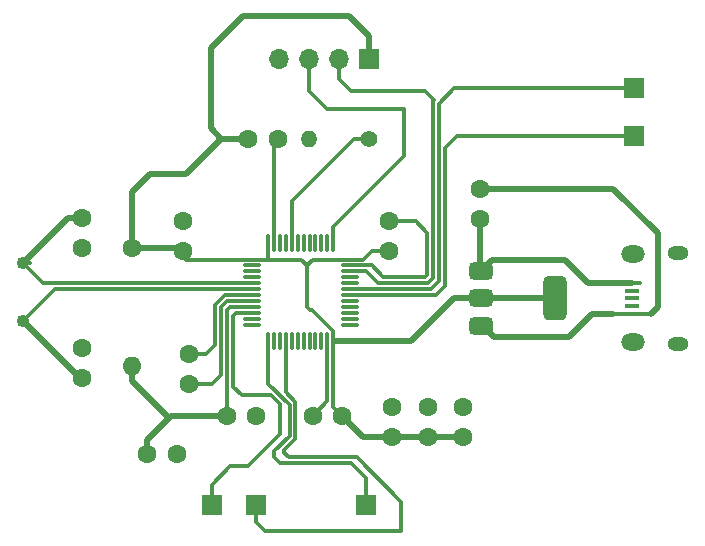
<source format=gbr>
%TF.GenerationSoftware,KiCad,Pcbnew,8.0.5*%
%TF.CreationDate,2024-10-18T14:20:25+07:00*%
%TF.ProjectId,stm32la_pcb,73746d33-326c-4615-9f70-63622e6b6963,rev?*%
%TF.SameCoordinates,Original*%
%TF.FileFunction,Copper,L1,Top*%
%TF.FilePolarity,Positive*%
%FSLAX46Y46*%
G04 Gerber Fmt 4.6, Leading zero omitted, Abs format (unit mm)*
G04 Created by KiCad (PCBNEW 8.0.5) date 2024-10-18 14:20:25*
%MOMM*%
%LPD*%
G01*
G04 APERTURE LIST*
G04 Aperture macros list*
%AMRoundRect*
0 Rectangle with rounded corners*
0 $1 Rounding radius*
0 $2 $3 $4 $5 $6 $7 $8 $9 X,Y pos of 4 corners*
0 Add a 4 corners polygon primitive as box body*
4,1,4,$2,$3,$4,$5,$6,$7,$8,$9,$2,$3,0*
0 Add four circle primitives for the rounded corners*
1,1,$1+$1,$2,$3*
1,1,$1+$1,$4,$5*
1,1,$1+$1,$6,$7*
1,1,$1+$1,$8,$9*
0 Add four rect primitives between the rounded corners*
20,1,$1+$1,$2,$3,$4,$5,0*
20,1,$1+$1,$4,$5,$6,$7,0*
20,1,$1+$1,$6,$7,$8,$9,0*
20,1,$1+$1,$8,$9,$2,$3,0*%
G04 Aperture macros list end*
%TA.AperFunction,ComponentPad*%
%ADD10R,1.700000X1.700000*%
%TD*%
%TA.AperFunction,ComponentPad*%
%ADD11C,1.600000*%
%TD*%
%TA.AperFunction,ComponentPad*%
%ADD12O,1.600000X1.600000*%
%TD*%
%TA.AperFunction,SMDPad,CuDef*%
%ADD13RoundRect,0.075000X-0.662500X-0.075000X0.662500X-0.075000X0.662500X0.075000X-0.662500X0.075000X0*%
%TD*%
%TA.AperFunction,SMDPad,CuDef*%
%ADD14RoundRect,0.075000X-0.075000X-0.662500X0.075000X-0.662500X0.075000X0.662500X-0.075000X0.662500X0*%
%TD*%
%TA.AperFunction,ComponentPad*%
%ADD15O,1.700000X1.700000*%
%TD*%
%TA.AperFunction,ComponentPad*%
%ADD16C,1.080000*%
%TD*%
%TA.AperFunction,SMDPad,CuDef*%
%ADD17RoundRect,0.375000X-0.625000X-0.375000X0.625000X-0.375000X0.625000X0.375000X-0.625000X0.375000X0*%
%TD*%
%TA.AperFunction,SMDPad,CuDef*%
%ADD18RoundRect,0.500000X-0.500000X-1.400000X0.500000X-1.400000X0.500000X1.400000X-0.500000X1.400000X0*%
%TD*%
%TA.AperFunction,ComponentPad*%
%ADD19C,1.400000*%
%TD*%
%TA.AperFunction,ComponentPad*%
%ADD20O,1.400000X1.400000*%
%TD*%
%TA.AperFunction,SMDPad,CuDef*%
%ADD21R,1.300000X0.450000*%
%TD*%
%TA.AperFunction,ComponentPad*%
%ADD22O,1.800000X1.150000*%
%TD*%
%TA.AperFunction,ComponentPad*%
%ADD23O,2.000000X1.450000*%
%TD*%
%TA.AperFunction,Conductor*%
%ADD24C,0.500000*%
%TD*%
%TA.AperFunction,Conductor*%
%ADD25C,0.300000*%
%TD*%
G04 APERTURE END LIST*
D10*
%TO.P,TX,1,Pin_1*%
%TO.N,/USART1_TX*%
X126000000Y-64250000D03*
%TD*%
D11*
%TO.P,C1,1*%
%TO.N,VBUS*%
X112965000Y-68785000D03*
%TO.P,C1,2*%
%TO.N,GND*%
X112965000Y-71285000D03*
%TD*%
%TO.P,FB1,1*%
%TO.N,+3.3V*%
X83500000Y-73750000D03*
D12*
%TO.P,FB1,2*%
%TO.N,+3.3VA*%
X83500000Y-83750000D03*
%TD*%
D11*
%TO.P,C9,1*%
%TO.N,+3.3VA*%
X91500000Y-88000000D03*
%TO.P,C9,2*%
%TO.N,GND*%
X94000000Y-88000000D03*
%TD*%
D13*
%TO.P,U1,1,VBAT*%
%TO.N,+3.3V*%
X93587500Y-74750000D03*
%TO.P,U1,2,PC13*%
%TO.N,unconnected-(U1-PC13-Pad2)*%
X93587500Y-75250000D03*
%TO.P,U1,3,PC14*%
%TO.N,unconnected-(U1-PC14-Pad3)*%
X93587500Y-75750000D03*
%TO.P,U1,4,PC15*%
%TO.N,unconnected-(U1-PC15-Pad4)*%
X93587500Y-76250000D03*
%TO.P,U1,5,PD0*%
%TO.N,/HSE_IN*%
X93587500Y-76750000D03*
%TO.P,U1,6,PD1*%
%TO.N,/HSE_OUT*%
X93587500Y-77250000D03*
%TO.P,U1,7,NRST*%
%TO.N,/NRST*%
X93587500Y-77750000D03*
%TO.P,U1,8,VSSA*%
%TO.N,GND*%
X93587500Y-78250000D03*
%TO.P,U1,9,VDDA*%
%TO.N,+3.3VA*%
X93587500Y-78750000D03*
%TO.P,U1,10,PA0*%
%TO.N,/CH1*%
X93587500Y-79250000D03*
%TO.P,U1,11,PA1*%
%TO.N,unconnected-(U1-PA1-Pad11)*%
X93587500Y-79750000D03*
%TO.P,U1,12,PA2*%
%TO.N,unconnected-(U1-PA2-Pad12)*%
X93587500Y-80250000D03*
D14*
%TO.P,U1,13,PA3*%
%TO.N,/A_IN*%
X95000000Y-81662500D03*
%TO.P,U1,14,PA4*%
%TO.N,unconnected-(U1-PA4-Pad14)*%
X95500000Y-81662500D03*
%TO.P,U1,15,PA5*%
%TO.N,unconnected-(U1-PA5-Pad15)*%
X96000000Y-81662500D03*
%TO.P,U1,16,PA6*%
%TO.N,/CH2*%
X96500000Y-81662500D03*
%TO.P,U1,17,PA7*%
%TO.N,unconnected-(U1-PA7-Pad17)*%
X97000000Y-81662500D03*
%TO.P,U1,18,PB0*%
%TO.N,unconnected-(U1-PB0-Pad18)*%
X97500000Y-81662500D03*
%TO.P,U1,19,PB1*%
%TO.N,unconnected-(U1-PB1-Pad19)*%
X98000000Y-81662500D03*
%TO.P,U1,20,PB2*%
%TO.N,unconnected-(U1-PB2-Pad20)*%
X98500000Y-81662500D03*
%TO.P,U1,21,PB10*%
%TO.N,unconnected-(U1-PB10-Pad21)*%
X99000000Y-81662500D03*
%TO.P,U1,22,PB11*%
%TO.N,unconnected-(U1-PB11-Pad22)*%
X99500000Y-81662500D03*
%TO.P,U1,23,VSS*%
%TO.N,GND*%
X100000000Y-81662500D03*
%TO.P,U1,24,VDD*%
%TO.N,+3.3V*%
X100500000Y-81662500D03*
D13*
%TO.P,U1,25,PB12*%
%TO.N,unconnected-(U1-PB12-Pad25)*%
X101912500Y-80250000D03*
%TO.P,U1,26,PB13*%
%TO.N,unconnected-(U1-PB13-Pad26)*%
X101912500Y-79750000D03*
%TO.P,U1,27,PB14*%
%TO.N,unconnected-(U1-PB14-Pad27)*%
X101912500Y-79250000D03*
%TO.P,U1,28,PB15*%
%TO.N,unconnected-(U1-PB15-Pad28)*%
X101912500Y-78750000D03*
%TO.P,U1,29,PA8*%
%TO.N,unconnected-(U1-PA8-Pad29)*%
X101912500Y-78250000D03*
%TO.P,U1,30,PA9*%
%TO.N,/USART1_TX*%
X101912500Y-77750000D03*
%TO.P,U1,31,PA10*%
%TO.N,/USART1_RX*%
X101912500Y-77250000D03*
%TO.P,U1,32,PA11*%
%TO.N,unconnected-(U1-PA11-Pad32)*%
X101912500Y-76750000D03*
%TO.P,U1,33,PA12*%
%TO.N,unconnected-(U1-PA12-Pad33)*%
X101912500Y-76250000D03*
%TO.P,U1,34,PA13*%
%TO.N,/SWCLK*%
X101912500Y-75750000D03*
%TO.P,U1,35,VSS*%
%TO.N,GND*%
X101912500Y-75250000D03*
%TO.P,U1,36,VDD*%
%TO.N,+3.3V*%
X101912500Y-74750000D03*
D14*
%TO.P,U1,37,PA14*%
%TO.N,/SWDIO*%
X100500000Y-73337500D03*
%TO.P,U1,38,PA15*%
%TO.N,unconnected-(U1-PA15-Pad38)*%
X100000000Y-73337500D03*
%TO.P,U1,39,PB3*%
%TO.N,unconnected-(U1-PB3-Pad39)*%
X99500000Y-73337500D03*
%TO.P,U1,40,PB4*%
%TO.N,unconnected-(U1-PB4-Pad40)*%
X99000000Y-73337500D03*
%TO.P,U1,41,PB5*%
%TO.N,unconnected-(U1-PB5-Pad41)*%
X98500000Y-73337500D03*
%TO.P,U1,42,PB6*%
%TO.N,unconnected-(U1-PB6-Pad42)*%
X98000000Y-73337500D03*
%TO.P,U1,43,PB7*%
%TO.N,unconnected-(U1-PB7-Pad43)*%
X97500000Y-73337500D03*
%TO.P,U1,44,BOOT0*%
%TO.N,/BOOT0*%
X97000000Y-73337500D03*
%TO.P,U1,45,PB8*%
%TO.N,unconnected-(U1-PB8-Pad45)*%
X96500000Y-73337500D03*
%TO.P,U1,46,PB9*%
%TO.N,unconnected-(U1-PB9-Pad46)*%
X96000000Y-73337500D03*
%TO.P,U1,47,VSS*%
%TO.N,GND*%
X95500000Y-73337500D03*
%TO.P,U1,48,VDD*%
%TO.N,+3.3V*%
X95000000Y-73337500D03*
%TD*%
D10*
%TO.P,D1,1,Pin_1*%
%TO.N,/CH1*%
X90200000Y-95500000D03*
%TD*%
D11*
%TO.P,C4,1*%
%TO.N,+3.3V*%
X87750000Y-74000000D03*
%TO.P,C4,2*%
%TO.N,GND*%
X87750000Y-71500000D03*
%TD*%
%TO.P,C7,1*%
%TO.N,+3.3V*%
X105250000Y-74000000D03*
%TO.P,C7,2*%
%TO.N,GND*%
X105250000Y-71500000D03*
%TD*%
%TO.P,C3,1*%
%TO.N,+3.3V*%
X111500000Y-89750000D03*
%TO.P,C3,2*%
%TO.N,GND*%
X111500000Y-87250000D03*
%TD*%
D10*
%TO.P,SWD,1,Pin_1*%
%TO.N,+3.3V*%
X103540000Y-57750000D03*
D15*
%TO.P,SWD,2,Pin_2*%
%TO.N,/SWCLK*%
X101000000Y-57750000D03*
%TO.P,SWD,3,Pin_3*%
%TO.N,/SWDIO*%
X98460000Y-57750000D03*
%TO.P,SWD,4,Pin_4*%
%TO.N,GND*%
X95920000Y-57750000D03*
%TD*%
D10*
%TO.P,D2,1,Pin_1*%
%TO.N,/CH2*%
X94000000Y-95500000D03*
%TD*%
D11*
%TO.P,C6,1*%
%TO.N,+3.3V*%
X101250000Y-88000000D03*
%TO.P,C6,2*%
%TO.N,GND*%
X98750000Y-88000000D03*
%TD*%
D16*
%TO.P,Y1,1,1*%
%TO.N,/HSE_IN*%
X74250000Y-75060000D03*
%TO.P,Y1,2,2*%
%TO.N,/HSE_OUT*%
X74250000Y-79940000D03*
%TD*%
D11*
%TO.P,C12,1*%
%TO.N,/HSE_IN*%
X79250000Y-71250000D03*
%TO.P,C12,2*%
%TO.N,GND*%
X79250000Y-73750000D03*
%TD*%
D10*
%TO.P,RX,1,Pin_1*%
%TO.N,/USART1_RX*%
X126000000Y-60250000D03*
%TD*%
%TO.P,A1,1,Pin_1*%
%TO.N,/A_IN*%
X103250000Y-95500000D03*
%TD*%
D17*
%TO.P,U2,1,GND*%
%TO.N,GND*%
X113005000Y-75745000D03*
%TO.P,U2,2,VO*%
%TO.N,+3.3V*%
X113005000Y-78045000D03*
D18*
X119305000Y-78045000D03*
D17*
%TO.P,U2,3,VI*%
%TO.N,VBUS*%
X113005000Y-80345000D03*
%TD*%
D11*
%TO.P,C13,1*%
%TO.N,/HSE_OUT*%
X79250000Y-84750000D03*
%TO.P,C13,2*%
%TO.N,GND*%
X79250000Y-82250000D03*
%TD*%
D19*
%TO.P,R2,1*%
%TO.N,/BOOT0*%
X103540000Y-64500000D03*
D20*
%TO.P,R2,2*%
%TO.N,GND*%
X98460000Y-64500000D03*
%TD*%
D11*
%TO.P,C5,1*%
%TO.N,+3.3V*%
X93290000Y-64500000D03*
%TO.P,C5,2*%
%TO.N,GND*%
X95790000Y-64500000D03*
%TD*%
%TO.P,C8,1*%
%TO.N,+3.3VA*%
X84750000Y-91250000D03*
%TO.P,C8,2*%
%TO.N,GND*%
X87250000Y-91250000D03*
%TD*%
%TO.P,C10,1*%
%TO.N,+3.3V*%
X105445000Y-89755000D03*
%TO.P,C10,2*%
%TO.N,GND*%
X105445000Y-87255000D03*
%TD*%
D21*
%TO.P,USB,1,VBUS*%
%TO.N,VBUS*%
X125805000Y-79345000D03*
%TO.P,USB,2,D-*%
%TO.N,unconnected-(J7-D--Pad2)*%
X125805000Y-78695000D03*
%TO.P,USB,3,D+*%
%TO.N,unconnected-(J7-D+-Pad3)*%
X125805000Y-78045000D03*
%TO.P,USB,4,ID*%
%TO.N,unconnected-(J7-ID-Pad4)*%
X125805000Y-77395000D03*
%TO.P,USB,5,GND*%
%TO.N,GND*%
X125805000Y-76745000D03*
D22*
%TO.P,USB,6,Shield*%
%TO.N,unconnected-(J7-Shield-Pad6)_2*%
X129655000Y-81920000D03*
D23*
%TO.N,unconnected-(J7-Shield-Pad6)_1*%
X125855000Y-81770000D03*
%TO.N,unconnected-(J7-Shield-Pad6)*%
X125855000Y-74320000D03*
D22*
%TO.N,unconnected-(J7-Shield-Pad6)_3*%
X129655000Y-74170000D03*
%TD*%
D11*
%TO.P,C11,1*%
%TO.N,/NRST*%
X88250000Y-82750000D03*
%TO.P,C11,2*%
%TO.N,GND*%
X88250000Y-85250000D03*
%TD*%
%TO.P,C2,1*%
%TO.N,+3.3V*%
X108500000Y-89750000D03*
%TO.P,C2,2*%
%TO.N,GND*%
X108500000Y-87250000D03*
%TD*%
D24*
%TO.N,VBUS*%
X113205000Y-80345000D02*
X113005000Y-80345000D01*
X112965000Y-68785000D02*
X124205000Y-68785000D01*
D25*
X124210000Y-79370000D02*
X127380000Y-79370000D01*
D24*
X122380000Y-79370000D02*
X124210000Y-79370000D01*
X120455000Y-81295000D02*
X114155000Y-81295000D01*
X127960000Y-72540000D02*
X127960000Y-78790000D01*
X127960000Y-78790000D02*
X127380000Y-79370000D01*
X124205000Y-68785000D02*
X127960000Y-72540000D01*
X122380000Y-79370000D02*
X120455000Y-81295000D01*
X114155000Y-81295000D02*
X113205000Y-80345000D01*
%TO.N,GND*%
X112965000Y-75705000D02*
X113005000Y-75745000D01*
X122460000Y-76750000D02*
X122110000Y-76750000D01*
X122460000Y-76750000D02*
X122490000Y-76720000D01*
D25*
X107500000Y-71500000D02*
X105250000Y-71500000D01*
D24*
X120155000Y-74795000D02*
X121680000Y-76320000D01*
D25*
X103750000Y-75250000D02*
X104750000Y-76250000D01*
X91000000Y-78792894D02*
X91000000Y-84500000D01*
D24*
X121680000Y-76320000D02*
X122110000Y-76750000D01*
D25*
X101912500Y-75250000D02*
X103750000Y-75250000D01*
X104750000Y-76250000D02*
X108250000Y-76250000D01*
D24*
X113005000Y-75745000D02*
X113955000Y-74795000D01*
X123460000Y-76720000D02*
X122080000Y-76720000D01*
D25*
X91542894Y-78250000D02*
X91000000Y-78792894D01*
X108250000Y-76250000D02*
X108465000Y-76035000D01*
D24*
X122490000Y-76720000D02*
X123460000Y-76720000D01*
D25*
X98750000Y-88000000D02*
X100000000Y-86750000D01*
X100000000Y-86750000D02*
X100000000Y-81662500D01*
D24*
X122080000Y-76720000D02*
X121680000Y-76320000D01*
D25*
X108465000Y-72465000D02*
X107500000Y-71500000D01*
X120155000Y-74795000D02*
X114460000Y-74795000D01*
D24*
X113955000Y-74795000D02*
X114460000Y-74795000D01*
X123460000Y-76720000D02*
X125805000Y-76720000D01*
D25*
X95500000Y-64790000D02*
X95790000Y-64500000D01*
X95500000Y-73337500D02*
X95500000Y-64790000D01*
D24*
X112965000Y-71285000D02*
X112965000Y-75705000D01*
D25*
X108465000Y-76035000D02*
X108465000Y-72465000D01*
D24*
X113955000Y-74795000D02*
X120155000Y-74795000D01*
D25*
X126500000Y-76750000D02*
X122460000Y-76750000D01*
X93587500Y-78250000D02*
X91542894Y-78250000D01*
X90250000Y-85250000D02*
X91000000Y-84500000D01*
X88250000Y-85250000D02*
X90250000Y-85250000D01*
D24*
%TO.N,+3.3V*%
X92875000Y-54125000D02*
X90125000Y-56875000D01*
D25*
X95000000Y-74750000D02*
X97500000Y-74750000D01*
D24*
X105445000Y-89755000D02*
X111495000Y-89755000D01*
D25*
X97750000Y-74750000D02*
X98250000Y-75250000D01*
D24*
X83500000Y-73750000D02*
X87500000Y-73750000D01*
X88000000Y-67500000D02*
X91000000Y-64500000D01*
X90125000Y-56875000D02*
X90125000Y-63625000D01*
X90125000Y-63625000D02*
X91000000Y-64500000D01*
X87500000Y-73750000D02*
X87750000Y-74000000D01*
D25*
X93587500Y-74750000D02*
X88000000Y-74750000D01*
D24*
X111495000Y-89755000D02*
X111500000Y-89750000D01*
D25*
X98500000Y-79000000D02*
X98678120Y-79000000D01*
X97500000Y-74750000D02*
X97750000Y-74750000D01*
D24*
X113005000Y-78045000D02*
X110705000Y-78045000D01*
D25*
X101912500Y-74750000D02*
X100500000Y-74750000D01*
D24*
X107087500Y-81662500D02*
X100600000Y-81662500D01*
D25*
X98250000Y-75250000D02*
X98250000Y-78750000D01*
X88000000Y-74750000D02*
X87750000Y-74500000D01*
D24*
X101250000Y-88000000D02*
X103005000Y-89755000D01*
X103540000Y-57750000D02*
X103540000Y-55798179D01*
X110705000Y-78045000D02*
X107087500Y-81662500D01*
D25*
X99000000Y-74750000D02*
X98750000Y-74750000D01*
X93587500Y-74750000D02*
X95000000Y-74750000D01*
X99000000Y-74750000D02*
X100500000Y-74750000D01*
D24*
X103540000Y-55798179D02*
X101866821Y-54125000D01*
X85000000Y-67500000D02*
X88000000Y-67500000D01*
D25*
X95000000Y-74750000D02*
X95000000Y-73337500D01*
X103540000Y-57750000D02*
X103540000Y-57500000D01*
X103750000Y-74000000D02*
X105250000Y-74000000D01*
D24*
X93290000Y-64500000D02*
X91000000Y-64500000D01*
D25*
X98250000Y-78750000D02*
X98500000Y-79000000D01*
D24*
X83500000Y-69000000D02*
X85000000Y-67500000D01*
D25*
X101912500Y-74750000D02*
X103000000Y-74750000D01*
X100500000Y-87250000D02*
X101250000Y-88000000D01*
X103000000Y-74750000D02*
X103750000Y-74000000D01*
X108495000Y-89755000D02*
X108500000Y-89750000D01*
D24*
X83500000Y-73750000D02*
X83500000Y-69000000D01*
D25*
X98750000Y-74750000D02*
X98250000Y-75250000D01*
D24*
X103005000Y-89755000D02*
X105445000Y-89755000D01*
X113005000Y-78045000D02*
X119305000Y-78045000D01*
D25*
X100500000Y-80821880D02*
X100500000Y-81662500D01*
X98678120Y-79000000D02*
X100500000Y-80821880D01*
X100500000Y-81662500D02*
X100500000Y-87250000D01*
D24*
X101866821Y-54125000D02*
X92875000Y-54125000D01*
%TO.N,+3.3VA*%
X84750000Y-90000000D02*
X86625000Y-88125000D01*
X84750000Y-91250000D02*
X84750000Y-90000000D01*
X86625000Y-88125000D02*
X86750000Y-88000000D01*
D25*
X91500000Y-88000000D02*
X91500000Y-79000000D01*
D24*
X83500000Y-85000000D02*
X86625000Y-88125000D01*
D25*
X91750000Y-78750000D02*
X93587500Y-78750000D01*
D24*
X86750000Y-88000000D02*
X91500000Y-88000000D01*
X83500000Y-83750000D02*
X83500000Y-85000000D01*
D25*
X91500000Y-79000000D02*
X91750000Y-78750000D01*
%TO.N,/NRST*%
X90500000Y-82000000D02*
X90500000Y-78585788D01*
X88250000Y-82750000D02*
X89750000Y-82750000D01*
X91335788Y-77750000D02*
X93587500Y-77750000D01*
X90500000Y-78585788D02*
X91335788Y-77750000D01*
X89750000Y-82750000D02*
X90500000Y-82000000D01*
%TO.N,/HSE_IN*%
X74250000Y-75060000D02*
X74810000Y-75060000D01*
X75940000Y-76750000D02*
X74250000Y-75060000D01*
D24*
X78060000Y-71250000D02*
X74250000Y-75060000D01*
D25*
X93587500Y-76750000D02*
X75940000Y-76750000D01*
D24*
X79250000Y-71250000D02*
X78060000Y-71250000D01*
%TO.N,/HSE_OUT*%
X74250000Y-79940000D02*
X79060000Y-84750000D01*
D25*
X93587500Y-77250000D02*
X76940000Y-77250000D01*
D24*
X79060000Y-84750000D02*
X79250000Y-84750000D01*
D25*
X76940000Y-77250000D02*
X74250000Y-79940000D01*
%TO.N,/SWCLK*%
X103250000Y-75750000D02*
X104250000Y-76750000D01*
X109000000Y-61250000D02*
X108250000Y-60500000D01*
X108500000Y-76750000D02*
X108965000Y-76285000D01*
X101000000Y-59500000D02*
X101000000Y-57750000D01*
X101912500Y-75750000D02*
X103250000Y-75750000D01*
X108965000Y-76285000D02*
X108965000Y-61285000D01*
X104250000Y-76750000D02*
X108500000Y-76750000D01*
X108965000Y-61285000D02*
X109000000Y-61250000D01*
X108250000Y-60500000D02*
X102000000Y-60500000D01*
X102000000Y-60500000D02*
X101000000Y-59500000D01*
%TO.N,/SWDIO*%
X106500000Y-66000000D02*
X106500000Y-62000000D01*
X100500000Y-72000000D02*
X106500000Y-66000000D01*
X100500000Y-73337500D02*
X100500000Y-72000000D01*
X100000000Y-62000000D02*
X98460000Y-60460000D01*
X106500000Y-62000000D02*
X100000000Y-62000000D01*
X98460000Y-60460000D02*
X98460000Y-57750000D01*
%TO.N,/USART1_RX*%
X101912500Y-77250000D02*
X108750000Y-77250000D01*
X110755000Y-60250000D02*
X126000000Y-60250000D01*
X109465000Y-61540000D02*
X110755000Y-60250000D01*
X108750000Y-77250000D02*
X109465000Y-76535000D01*
X109465000Y-76535000D02*
X109465000Y-61540000D01*
%TO.N,/USART1_TX*%
X111005000Y-64250000D02*
X126000000Y-64250000D01*
X101912500Y-77750000D02*
X109207107Y-77750000D01*
X109965000Y-65290000D02*
X111005000Y-64250000D01*
X109965000Y-76992107D02*
X109965000Y-65290000D01*
X109207107Y-77750000D02*
X109965000Y-76992107D01*
%TO.N,/CH1*%
X90200000Y-93800000D02*
X90200000Y-95500000D01*
X95250000Y-86250000D02*
X92750000Y-86250000D01*
X92750000Y-86250000D02*
X92000000Y-85500000D01*
X92000000Y-85500000D02*
X92000000Y-79500000D01*
X93250000Y-92250000D02*
X91750000Y-92250000D01*
X92000000Y-79500000D02*
X92250000Y-79250000D01*
X92250000Y-79250000D02*
X93587500Y-79250000D01*
X96000000Y-89500000D02*
X96000000Y-87000000D01*
X96000000Y-89500000D02*
X93250000Y-92250000D01*
X96000000Y-87000000D02*
X95250000Y-86250000D01*
X91750000Y-92250000D02*
X90200000Y-93800000D01*
%TO.N,/CH2*%
X94750000Y-97750000D02*
X106250000Y-97750000D01*
X97300000Y-89950000D02*
X97300000Y-86800000D01*
X102500000Y-91500000D02*
X96750000Y-91500000D01*
X106250000Y-95250000D02*
X106250000Y-97750000D01*
X94000000Y-95500000D02*
X94000000Y-97000000D01*
X106250000Y-95250000D02*
X102500000Y-91500000D01*
X97300000Y-86800000D02*
X96500000Y-86000000D01*
X96500000Y-86000000D02*
X96500000Y-81662500D01*
X96375000Y-91125000D02*
X96375000Y-90875000D01*
X94000000Y-97000000D02*
X94750000Y-97750000D01*
X96750000Y-91500000D02*
X96375000Y-91125000D01*
X96375000Y-90875000D02*
X97300000Y-89950000D01*
%TO.N,/A_IN*%
X95500000Y-91500000D02*
X95500000Y-91000000D01*
X96000000Y-92000000D02*
X95500000Y-91500000D01*
X103250000Y-93250000D02*
X103250000Y-95500000D01*
X102000000Y-92000000D02*
X96000000Y-92000000D01*
X96800000Y-87050000D02*
X95000000Y-85250000D01*
X102000000Y-92000000D02*
X103250000Y-93250000D01*
X95500000Y-91000000D02*
X96800000Y-89700000D01*
X96800000Y-89700000D02*
X96800000Y-87050000D01*
X95000000Y-85250000D02*
X95000000Y-81662500D01*
%TO.N,/BOOT0*%
X97000000Y-69750000D02*
X97000000Y-73337500D01*
X103540000Y-64500000D02*
X102250000Y-64500000D01*
X102250000Y-64500000D02*
X97000000Y-69750000D01*
%TD*%
M02*

</source>
